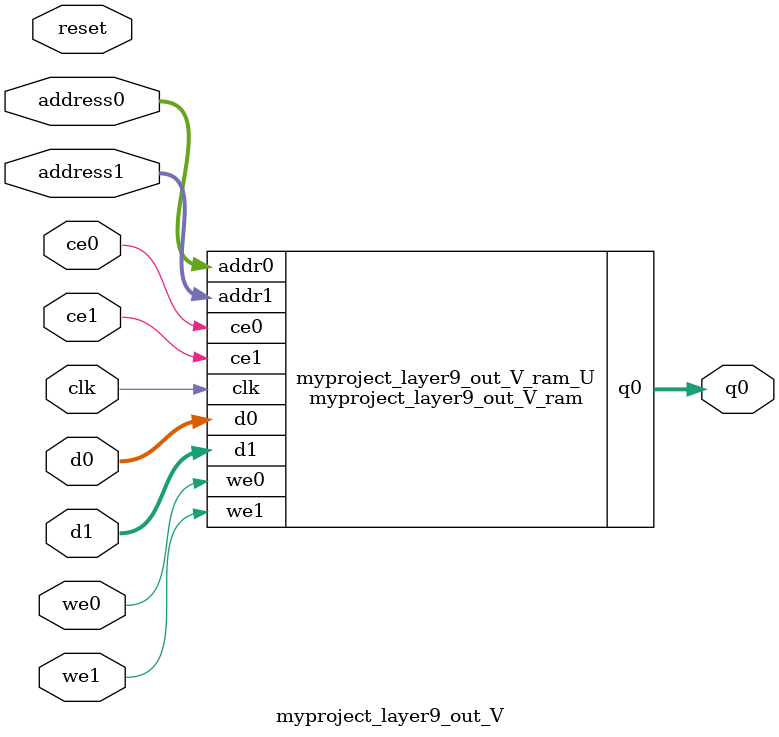
<source format=v>

`timescale 1 ns / 1 ps
module myproject_layer9_out_V_ram (addr0, ce0, d0, we0, q0, addr1, ce1, d1, we1,  clk);

parameter DWIDTH = 11;
parameter AWIDTH = 4;
parameter MEM_SIZE = 10;

input[AWIDTH-1:0] addr0;
input ce0;
input[DWIDTH-1:0] d0;
input we0;
output reg[DWIDTH-1:0] q0;
input[AWIDTH-1:0] addr1;
input ce1;
input[DWIDTH-1:0] d1;
input we1;
input clk;

(* ram_style = "block" *)reg [DWIDTH-1:0] ram[0:MEM_SIZE-1];




always @(posedge clk)  
begin 
    if (ce0) 
    begin
        if (we0) 
        begin 
            ram[addr0] <= d0; 
            q0 <= d0;
        end 
        else 
            q0 <= ram[addr0];
    end
end


always @(posedge clk)  
begin 
    if (ce1) 
    begin
        if (we1) 
        begin 
            ram[addr1] <= d1; 
        end 
    end
end


endmodule


`timescale 1 ns / 1 ps
module myproject_layer9_out_V(
    reset,
    clk,
    address0,
    ce0,
    we0,
    d0,
    q0,
    address1,
    ce1,
    we1,
    d1);

parameter DataWidth = 32'd11;
parameter AddressRange = 32'd10;
parameter AddressWidth = 32'd4;
input reset;
input clk;
input[AddressWidth - 1:0] address0;
input ce0;
input we0;
input[DataWidth - 1:0] d0;
output[DataWidth - 1:0] q0;
input[AddressWidth - 1:0] address1;
input ce1;
input we1;
input[DataWidth - 1:0] d1;



myproject_layer9_out_V_ram myproject_layer9_out_V_ram_U(
    .clk( clk ),
    .addr0( address0 ),
    .ce0( ce0 ),
    .we0( we0 ),
    .d0( d0 ),
    .q0( q0 ),
    .addr1( address1 ),
    .ce1( ce1 ),
    .we1( we1 ),
    .d1( d1 ));

endmodule


</source>
